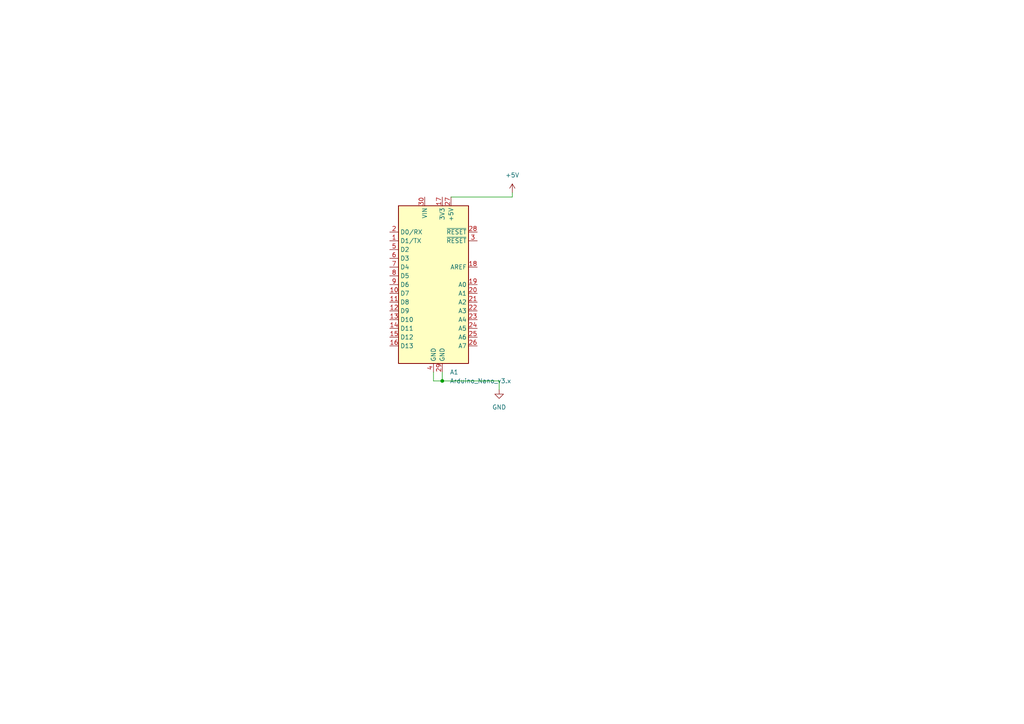
<source format=kicad_sch>
(kicad_sch (version 20250114) (generator "eeschema") (generator_version "9.0")
  (paper "A4")
  (lib_symbols
    (symbol "MCU_Module:Arduino_Nano_v3.x"
      (property "Reference" "A" (at -10.16 23.495 0))
      (property "Value" "Arduino_Nano_v3.x" (at 5.08 -24.13 0))
      (symbol "Arduino_Nano_v3.x_0_1"
        (rectangle (start -10.16 22.86) (end 10.16 -22.86) (stroke (width 0.254)) (fill (type background)))
      )
      (symbol "Arduino_Nano_v3.x_1_1"
        (pin bidirectional line (at -12.7 15.24 0) (length 2.54) (name "D0/RX") (number "2"))
        (pin bidirectional line (at -12.7 12.7 0) (length 2.54) (name "D1/TX") (number "1"))
        (pin bidirectional line (at -12.7 10.16 0) (length 2.54) (name "D2") (number "5"))
        (pin bidirectional line (at -12.7 7.62 0) (length 2.54) (name "D3") (number "6"))
        (pin bidirectional line (at -12.7 5.08 0) (length 2.54) (name "D4") (number "7"))
        (pin bidirectional line (at -12.7 2.54 0) (length 2.54) (name "D5") (number "8"))
        (pin bidirectional line (at -12.7 0 0) (length 2.54) (name "D6") (number "9"))
        (pin bidirectional line (at -12.7 -2.54 0) (length 2.54) (name "D7") (number "10"))
        (pin bidirectional line (at -12.7 -5.08 0) (length 2.54) (name "D8") (number "11"))
        (pin bidirectional line (at -12.7 -7.62 0) (length 2.54) (name "D9") (number "12"))
        (pin bidirectional line (at -12.7 -10.16 0) (length 2.54) (name "D10") (number "13"))
        (pin bidirectional line (at -12.7 -12.7 0) (length 2.54) (name "D11") (number "14"))
        (pin bidirectional line (at -12.7 -15.24 0) (length 2.54) (name "D12") (number "15"))
        (pin bidirectional line (at -12.7 -17.78 0) (length 2.54) (name "D13") (number "16"))
        (pin power_in line (at -2.54 25.4 270) (length 2.54) (name "VIN") (number "30"))
        (pin power_in line (at 0 -25.4 90) (length 2.54) (name "GND") (number "4"))
        (pin power_out line (at 2.54 25.4 270) (length 2.54) (name "3V3") (number "17"))
        (pin power_in line (at 2.54 -25.4 90) (length 2.54) (name "GND") (number "29"))
        (pin power_out line (at 5.08 25.4 270) (length 2.54) (name "+5V") (number "27"))
        (pin input line (at 12.7 15.24 180) (length 2.54) (name "~{RESET}") (number "28"))
        (pin input line (at 12.7 12.7 180) (length 2.54) (name "~{RESET}") (number "3"))
        (pin input line (at 12.7 5.08 180) (length 2.54) (name "AREF") (number "18"))
        (pin bidirectional line (at 12.7 0 180) (length 2.54) (name "A0") (number "19"))
        (pin bidirectional line (at 12.7 -2.54 180) (length 2.54) (name "A1") (number "20"))
        (pin bidirectional line (at 12.7 -5.08 180) (length 2.54) (name "A2") (number "21"))
        (pin bidirectional line (at 12.7 -7.62 180) (length 2.54) (name "A3") (number "22"))
        (pin bidirectional line (at 12.7 -10.16 180) (length 2.54) (name "A4") (number "23"))
        (pin bidirectional line (at 12.7 -12.7 180) (length 2.54) (name "A5") (number "24"))
        (pin bidirectional line (at 12.7 -15.24 180) (length 2.54) (name "A6") (number "25"))
        (pin bidirectional line (at 12.7 -17.78 180) (length 2.54) (name "A7") (number "26"))
      )
    )
    (symbol "power:+5V" (power) (pin_numbers (hide yes)) (pin_names (offset 0) (hide yes))
      (property "Value" "+5V" (at 0 3.556 0))
      (symbol "+5V_0_1"
        (polyline (pts (xy -0.762 1.27) (xy 0 2.54)))
        (polyline (pts (xy 0 2.54) (xy 0.762 1.27)))
        (polyline (pts (xy 0 0) (xy 0 2.54)))
      )
      (symbol "+5V_1_1"
        (pin power_in line (at 0 0 90) (length 0) (name "~") (number "1"))
      )
    )
    (symbol "power:GND" (power) (pin_numbers (hide yes)) (pin_names (offset 0) (hide yes))
      (property "Value" "GND" (at 0 -3.81 0))
      (symbol "GND_0_1"
        (polyline (pts (xy 0 0) (xy 0 -1.27) (xy 1.27 -1.27) (xy 0 -2.54) (xy -1.27 -1.27) (xy 0 -1.27)))
      )
      (symbol "GND_1_1"
        (pin power_in line (at 0 0 270) (length 0) (name "~") (number "1"))
      )
    )
  )
  (junction (at 128.27 110.49))
  (wire (pts (xy 128.27 110.49) (xy 125.73 110.49)))
  (wire (pts (xy 125.73 110.49) (xy 125.73 107.95)))
  (wire (pts (xy 148.59 57.15) (xy 148.59 55.88)))
  (wire (pts (xy 128.27 110.49) (xy 144.78 110.49)))
  (wire (pts (xy 128.27 107.95) (xy 128.27 110.49)))
  (wire (pts (xy 130.81 57.15) (xy 148.59 57.15)))
  (wire (pts (xy 144.78 110.49) (xy 144.78 113.03)))
  (symbol (lib_id "MCU_Module:Arduino_Nano_v3.x") (at 125.73 82.55 0) (unit 1)
    (property "Reference" "A1" (at 130.4641 107.95 0) (effects (justify left)))
    (property "Value" "Arduino_Nano_v3.x" (at 130.4641 110.49 0) (effects (justify left)))
    (property "Footprint" "Module:Arduino_Nano" (effects (hide yes)))
    (property "Datasheet" "http://www.mouser.com/pdfdocs/Gravitech_Arduino_Nano3_0.pdf" (effects (hide yes)))
    (property "Description" "Arduino Nano v3.x" (effects (hide yes)))
  )
  (symbol (lib_id "power:+5V") (at 148.59 55.88 0) (unit 1)
    (property "Reference" "#PWR02" (effects (hide yes)))
    (property "Value" "+5V" (at 148.59 50.8 0))
    (property "Description" "Power symbol creates a global label with name \"+5V\"" (effects (hide yes)))
  )
  (symbol (lib_id "power:GND") (at 144.78 113.03 0) (unit 1)
    (property "Reference" "#PWR01" (effects (hide yes)))
    (property "Value" "GND" (at 144.78 118.11 0))
    (property "Description" "Power symbol creates a global label with name \"GND\" , ground" (effects (hide yes)))
  )
)
</source>
